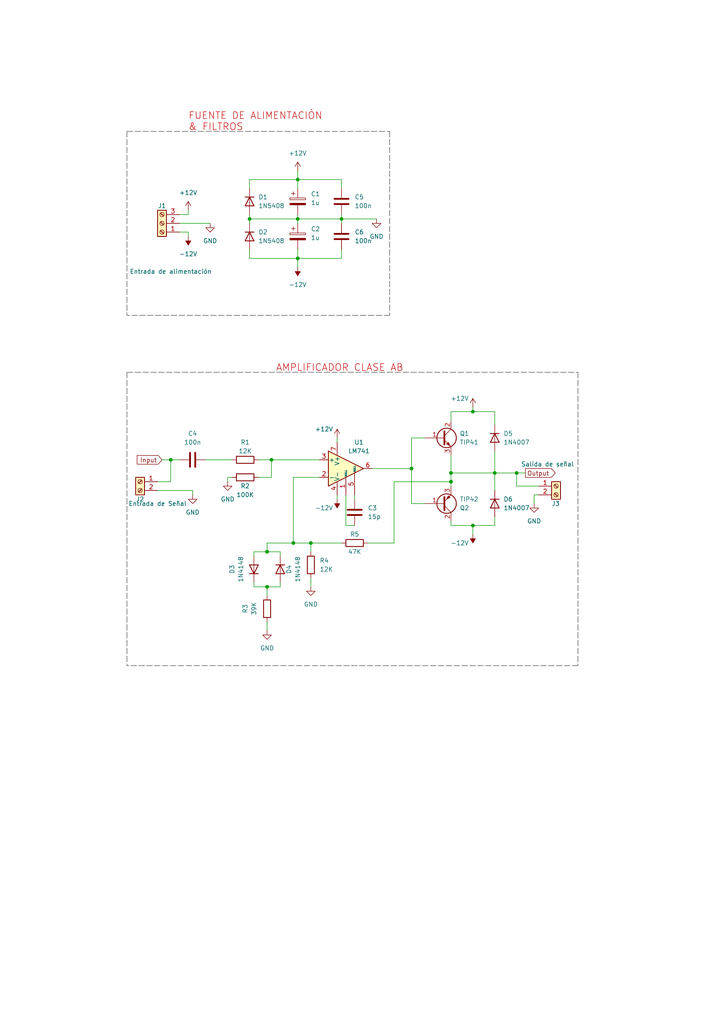
<source format=kicad_sch>
(kicad_sch (version 20230121) (generator eeschema)
  (paper "A4" portrait)
  (title_block (title "Amplificador clase AB") (date "2023-09-24") (rev "Alan V"))
  (lib_symbols
    (symbol "Amplifier_Operational:LM741" (pin_names (offset 0.127))
      (property "Reference" "U" (at 0 6.35 0))
      (property "Value" "LM741" (at 0 3.81 0))
      (symbol "LM741_0_1"
        (polyline (pts (xy -5.08 5.08) (xy 5.08 0) (xy -5.08 -5.08) (xy -5.08 5.08)) (stroke (width 0.254)) (fill (type background)))
      )
      (symbol "LM741_1_1"
        (pin input line (at 0 -7.62 90) (length 5.08) (name "NULL") (number "1"))
        (pin input line (at -7.62 -2.54 0) (length 2.54) (name "-") (number "2"))
        (pin input line (at -7.62 2.54 0) (length 2.54) (name "+") (number "3"))
        (pin power_in line (at -2.54 -7.62 90) (length 3.81) (name "V-") (number "4"))
        (pin input line (at 2.54 -7.62 90) (length 6.35) (name "NULL") (number "5"))
        (pin output line (at 7.62 0 180) (length 2.54) (name "~") (number "6"))
        (pin power_in line (at -2.54 7.62 270) (length 3.81) (name "V+") (number "7"))
        (pin no_connect line (at 0 2.54 270) (length 2.54) hide (name "NC") (number "8"))
      )
    )
    (symbol "Connector:Screw_Terminal_01x02" (pin_names (offset 1.016) hide)
      (property "Reference" "J" (at 0 2.54 0))
      (property "Value" "Screw_Terminal_01x02" (at 0 -5.08 0))
      (symbol "Screw_Terminal_01x02_1_1"
        (rectangle (start -1.27 1.27) (end 1.27 -3.81) (stroke (width 0.254)) (fill (type background)))
        (circle (center 0 -2.54) (radius 0.635) (stroke (width 0.1524)))
        (polyline (pts (xy -0.5334 -2.2098) (xy 0.3302 -3.048)) (stroke (width 0.1524)))
        (polyline (pts (xy -0.5334 0.3302) (xy 0.3302 -0.508)) (stroke (width 0.1524)))
        (polyline (pts (xy -0.3556 -2.032) (xy 0.508 -2.8702)) (stroke (width 0.1524)))
        (polyline (pts (xy -0.3556 0.508) (xy 0.508 -0.3302)) (stroke (width 0.1524)))
        (circle (center 0 0) (radius 0.635) (stroke (width 0.1524)))
        (pin passive line (at -5.08 0 0) (length 3.81) (name "Pin_1") (number "1"))
        (pin passive line (at -5.08 -2.54 0) (length 3.81) (name "Pin_2") (number "2"))
      )
    )
    (symbol "Connector:Screw_Terminal_01x03" (pin_names (offset 1.016) hide)
      (property "Reference" "J" (at 0 5.08 0))
      (property "Value" "Screw_Terminal_01x03" (at 0 -5.08 0))
      (symbol "Screw_Terminal_01x03_1_1"
        (rectangle (start -1.27 3.81) (end 1.27 -3.81) (stroke (width 0.254)) (fill (type background)))
        (circle (center 0 -2.54) (radius 0.635) (stroke (width 0.1524)))
        (polyline (pts (xy -0.5334 -2.2098) (xy 0.3302 -3.048)) (stroke (width 0.1524)))
        (polyline (pts (xy -0.5334 0.3302) (xy 0.3302 -0.508)) (stroke (width 0.1524)))
        (polyline (pts (xy -0.5334 2.8702) (xy 0.3302 2.032)) (stroke (width 0.1524)))
        (polyline (pts (xy -0.3556 -2.032) (xy 0.508 -2.8702)) (stroke (width 0.1524)))
        (polyline (pts (xy -0.3556 0.508) (xy 0.508 -0.3302)) (stroke (width 0.1524)))
        (polyline (pts (xy -0.3556 3.048) (xy 0.508 2.2098)) (stroke (width 0.1524)))
        (circle (center 0 0) (radius 0.635) (stroke (width 0.1524)))
        (circle (center 0 2.54) (radius 0.635) (stroke (width 0.1524)))
        (pin passive line (at -5.08 2.54 0) (length 3.81) (name "Pin_1") (number "1"))
        (pin passive line (at -5.08 0 0) (length 3.81) (name "Pin_2") (number "2"))
        (pin passive line (at -5.08 -2.54 0) (length 3.81) (name "Pin_3") (number "3"))
      )
    )
    (symbol "Device:C" (pin_numbers hide) (pin_names (offset 0.254))
      (property "Reference" "C" (at 0.635 2.54 0))
      (property "Value" "C" (at 0.635 -2.54 0))
      (symbol "C_0_1"
        (polyline (pts (xy -2.032 -0.762) (xy 2.032 -0.762)) (stroke (width 0.508)))
        (polyline (pts (xy -2.032 0.762) (xy 2.032 0.762)) (stroke (width 0.508)))
      )
      (symbol "C_1_1"
        (pin passive line (at 0 3.81 270) (length 2.794) (name "~") (number "1"))
        (pin passive line (at 0 -3.81 90) (length 2.794) (name "~") (number "2"))
      )
    )
    (symbol "Device:C_Polarized" (pin_numbers hide) (pin_names (offset 0.254))
      (property "Reference" "C" (at 0.635 2.54 0))
      (property "Value" "C_Polarized" (at 0.635 -2.54 0))
      (symbol "C_Polarized_0_1"
        (rectangle (start -2.286 0.508) (end 2.286 1.016))
        (polyline (pts (xy -1.778 2.286) (xy -0.762 2.286)))
        (polyline (pts (xy -1.27 2.794) (xy -1.27 1.778)))
        (rectangle (start 2.286 -0.508) (end -2.286 -1.016) (fill (type outline)))
      )
      (symbol "C_Polarized_1_1"
        (pin passive line (at 0 3.81 270) (length 2.794) (name "~") (number "1"))
        (pin passive line (at 0 -3.81 90) (length 2.794) (name "~") (number "2"))
      )
    )
    (symbol "Device:R" (pin_numbers hide) (pin_names (offset 0))
      (property "Reference" "R" (at 2.032 0 90))
      (property "Value" "R" (at 0 0 90))
      (symbol "R_0_1"
        (rectangle (start -1.016 -2.54) (end 1.016 2.54) (stroke (width 0.254)))
      )
      (symbol "R_1_1"
        (pin passive line (at 0 3.81 270) (length 1.27) (name "~") (number "1"))
        (pin passive line (at 0 -3.81 90) (length 1.27) (name "~") (number "2"))
      )
    )
    (symbol "Diode:1N4007" (pin_numbers hide) (pin_names hide)
      (property "Reference" "D" (at 0 2.54 0))
      (property "Value" "1N4007" (at 0 -2.54 0))
      (symbol "1N4007_0_1"
        (polyline (pts (xy -1.27 1.27) (xy -1.27 -1.27)) (stroke (width 0.254)))
        (polyline (pts (xy 1.27 0) (xy -1.27 0)))
        (polyline (pts (xy 1.27 1.27) (xy 1.27 -1.27) (xy -1.27 0) (xy 1.27 1.27)) (stroke (width 0.254)))
      )
      (symbol "1N4007_1_1"
        (pin passive line (at -3.81 0 0) (length 2.54) (name "K") (number "1"))
        (pin passive line (at 3.81 0 180) (length 2.54) (name "A") (number "2"))
      )
    )
    (symbol "Diode:1N4148" (pin_numbers hide) (pin_names hide)
      (property "Reference" "D" (at 0 2.54 0))
      (property "Value" "1N4148" (at 0 -2.54 0))
      (symbol "1N4148_0_1"
        (polyline (pts (xy -1.27 1.27) (xy -1.27 -1.27)) (stroke (width 0.254)))
        (polyline (pts (xy 1.27 0) (xy -1.27 0)))
        (polyline (pts (xy 1.27 1.27) (xy 1.27 -1.27) (xy -1.27 0) (xy 1.27 1.27)) (stroke (width 0.254)))
      )
      (symbol "1N4148_1_1"
        (pin passive line (at -3.81 0 0) (length 2.54) (name "K") (number "1"))
        (pin passive line (at 3.81 0 180) (length 2.54) (name "A") (number "2"))
      )
    )
    (symbol "Diode:1N5408" (pin_numbers hide) (pin_names hide)
      (property "Reference" "D" (at 0 2.54 0))
      (property "Value" "1N5408" (at 0 -2.54 0))
      (symbol "1N5408_0_1"
        (polyline (pts (xy -1.27 1.27) (xy -1.27 -1.27)) (stroke (width 0.254)))
        (polyline (pts (xy 1.27 0) (xy -1.27 0)))
        (polyline (pts (xy 1.27 1.27) (xy 1.27 -1.27) (xy -1.27 0) (xy 1.27 1.27)) (stroke (width 0.254)))
      )
      (symbol "1N5408_1_1"
        (pin passive line (at -3.81 0 0) (length 2.54) (name "K") (number "1"))
        (pin passive line (at 3.81 0 180) (length 2.54) (name "A") (number "2"))
      )
    )
    (symbol "Transistor_BJT:TIP41" (pin_names (offset 0) hide)
      (property "Reference" "Q" (at 6.35 1.905 0))
      (property "Value" "TIP41" (at 6.35 0 0))
      (symbol "TIP41_0_1"
        (polyline (pts (xy 0.635 0.635) (xy 2.54 2.54)))
        (polyline (pts (xy 0.635 -0.635) (xy 2.54 -2.54) (xy 2.54 -2.54)))
        (polyline (pts (xy 0.635 1.905) (xy 0.635 -1.905) (xy 0.635 -1.905)) (stroke (width 0.508)))
        (polyline (pts (xy 1.27 -1.778) (xy 1.778 -1.27) (xy 2.286 -2.286) (xy 1.27 -1.778) (xy 1.27 -1.778)) (fill (type outline)))
        (circle (center 1.27 0) (radius 2.8194) (stroke (width 0.254)))
      )
      (symbol "TIP41_1_1"
        (pin input line (at -5.08 0 0) (length 5.715) (name "B") (number "1"))
        (pin passive line (at 2.54 5.08 270) (length 2.54) (name "C") (number "2"))
        (pin passive line (at 2.54 -5.08 90) (length 2.54) (name "E") (number "3"))
      )
    )
    (symbol "Transistor_BJT:TIP42" (pin_names (offset 0) hide)
      (property "Reference" "Q" (at 6.35 1.905 0))
      (property "Value" "TIP42" (at 6.35 0 0))
      (symbol "TIP42_0_1"
        (polyline (pts (xy 0.635 0.635) (xy 2.54 2.54)))
        (polyline (pts (xy 0.635 -0.635) (xy 2.54 -2.54) (xy 2.54 -2.54)))
        (polyline (pts (xy 0.635 1.905) (xy 0.635 -1.905) (xy 0.635 -1.905)) (stroke (width 0.508)))
        (polyline (pts (xy 2.286 -1.778) (xy 1.778 -2.286) (xy 1.27 -1.27) (xy 2.286 -1.778) (xy 2.286 -1.778)) (fill (type outline)))
        (circle (center 1.27 0) (radius 2.8194) (stroke (width 0.254)))
      )
      (symbol "TIP42_1_1"
        (pin input line (at -5.08 0 0) (length 5.715) (name "B") (number "1"))
        (pin passive line (at 2.54 5.08 270) (length 2.54) (name "C") (number "2"))
        (pin passive line (at 2.54 -5.08 90) (length 2.54) (name "E") (number "3"))
      )
    )
    (symbol "power:+12V" (power) (pin_names (offset 0))
      (property "Value" "+12V" (at 0 3.556 0))
      (symbol "+12V_0_1"
        (polyline (pts (xy -0.762 1.27) (xy 0 2.54)))
        (polyline (pts (xy 0 0) (xy 0 2.54)))
        (polyline (pts (xy 0 2.54) (xy 0.762 1.27)))
      )
      (symbol "+12V_1_1"
        (pin power_in line (at 0 0 90) (length 0) hide (name "+12V") (number "1"))
      )
    )
    (symbol "power:-12V" (power) (pin_names (offset 0))
      (property "Value" "-12V" (at 0 3.81 0))
      (symbol "-12V_0_0"
        (pin power_in line (at 0 0 90) (length 0) hide (name "-12V") (number "1"))
      )
      (symbol "-12V_0_1"
        (polyline (pts (xy 0 0) (xy 0 1.27) (xy 0.762 1.27) (xy 0 2.54) (xy -0.762 1.27) (xy 0 1.27)) (fill (type outline)))
      )
    )
    (symbol "power:GND" (power) (pin_names (offset 0))
      (property "Value" "GND" (at 0 -3.81 0))
      (symbol "GND_0_1"
        (polyline (pts (xy 0 0) (xy 0 -1.27) (xy 1.27 -1.27) (xy 0 -2.54) (xy -1.27 -1.27) (xy 0 -1.27)))
      )
      (symbol "GND_1_1"
        (pin power_in line (at 0 0 270) (length 0) hide (name "GND") (number "1"))
      )
    )
  )
  (junction (at 149.86 137.16))
  (junction (at 137.16 152.4))
  (junction (at 99.06 63.5))
  (junction (at 86.36 63.5))
  (junction (at 78.74 133.35))
  (junction (at 130.81 137.16))
  (junction (at 77.47 160.02))
  (junction (at 77.47 170.18))
  (junction (at 130.81 139.7))
  (junction (at 119.38 135.89))
  (junction (at 86.36 52.07))
  (junction (at 86.36 74.93))
  (junction (at 49.53 133.35))
  (junction (at 137.16 119.38))
  (junction (at 90.17 157.48))
  (junction (at 143.51 137.16))
  (junction (at 72.39 63.5))
  (junction (at 85.09 157.48))
  (wire (pts (xy 72.39 74.93) (xy 86.36 74.93)))
  (wire (pts (xy 143.51 130.81) (xy 143.51 137.16)))
  (wire (pts (xy 72.39 62.23) (xy 72.39 63.5)))
  (wire (pts (xy 154.94 143.51) (xy 156.21 143.51)))
  (wire (pts (xy 74.93 138.43) (xy 78.74 138.43)))
  (wire (pts (xy 77.47 157.48) (xy 77.47 160.02)))
  (wire (pts (xy 54.61 67.31) (xy 54.61 68.58)))
  (wire (pts (xy 72.39 52.07) (xy 86.36 52.07)))
  (wire (pts (xy 77.47 157.48) (xy 85.09 157.48)))
  (wire (pts (xy 86.36 63.5) (xy 86.36 64.77)))
  (wire (pts (xy 130.81 151.13) (xy 130.81 152.4)))
  (polyline (pts (xy 113.03 38.1) (xy 113.03 91.44)) (stroke (width 0) (type dash) (color 72 72 72 1)))
  (wire (pts (xy 67.31 133.35) (xy 59.69 133.35)))
  (wire (pts (xy 100.33 143.51) (xy 100.33 152.4)))
  (wire (pts (xy 77.47 182.88) (xy 77.47 180.34)))
  (wire (pts (xy 137.16 119.38) (xy 137.16 118.11)))
  (wire (pts (xy 73.66 160.02) (xy 77.47 160.02)))
  (wire (pts (xy 130.81 121.92) (xy 130.81 119.38)))
  (wire (pts (xy 99.06 62.23) (xy 99.06 63.5)))
  (polyline (pts (xy 167.64 107.95) (xy 167.64 193.04)) (stroke (width 0) (type dash) (color 72 72 72 1)))
  (wire (pts (xy 52.07 64.77) (xy 60.96 64.77)))
  (wire (pts (xy 86.36 52.07) (xy 86.36 54.61)))
  (wire (pts (xy 102.87 143.51) (xy 102.87 144.78)))
  (wire (pts (xy 92.71 138.43) (xy 85.09 138.43)))
  (wire (pts (xy 66.04 139.7) (xy 66.04 138.43)))
  (wire (pts (xy 143.51 119.38) (xy 137.16 119.38)))
  (wire (pts (xy 90.17 157.48) (xy 99.06 157.48)))
  (wire (pts (xy 81.28 170.18) (xy 81.28 168.91)))
  (wire (pts (xy 77.47 170.18) (xy 81.28 170.18)))
  (wire (pts (xy 143.51 137.16) (xy 143.51 142.24)))
  (wire (pts (xy 99.06 74.93) (xy 86.36 74.93)))
  (polyline (pts (xy 36.83 107.95) (xy 36.83 193.04)) (stroke (width 0) (type dash) (color 72 72 72 1)))
  (wire (pts (xy 149.86 137.16) (xy 152.4 137.16)))
  (wire (pts (xy 52.07 62.23) (xy 54.61 62.23)))
  (wire (pts (xy 156.21 140.97) (xy 149.86 140.97)))
  (wire (pts (xy 81.28 161.29) (xy 81.28 160.02)))
  (wire (pts (xy 143.51 123.19) (xy 143.51 119.38)))
  (wire (pts (xy 49.53 139.7) (xy 49.53 133.35)))
  (wire (pts (xy 85.09 138.43) (xy 85.09 157.48)))
  (wire (pts (xy 99.06 64.77) (xy 99.06 63.5)))
  (wire (pts (xy 137.16 152.4) (xy 143.51 152.4)))
  (wire (pts (xy 73.66 168.91) (xy 73.66 170.18)))
  (wire (pts (xy 97.79 143.51) (xy 97.79 144.78)))
  (wire (pts (xy 78.74 133.35) (xy 78.74 138.43)))
  (wire (pts (xy 130.81 119.38) (xy 137.16 119.38)))
  (wire (pts (xy 130.81 137.16) (xy 143.51 137.16)))
  (wire (pts (xy 66.04 138.43) (xy 67.31 138.43)))
  (wire (pts (xy 100.33 152.4) (xy 102.87 152.4)))
  (wire (pts (xy 49.53 133.35) (xy 46.99 133.35)))
  (wire (pts (xy 130.81 137.16) (xy 130.81 139.7)))
  (wire (pts (xy 77.47 160.02) (xy 81.28 160.02)))
  (wire (pts (xy 85.09 157.48) (xy 90.17 157.48)))
  (wire (pts (xy 90.17 167.64) (xy 90.17 170.18)))
  (polyline (pts (xy 113.03 91.44) (xy 36.83 91.44)) (stroke (width 0) (type dash) (color 72 72 72 1)))
  (wire (pts (xy 72.39 63.5) (xy 72.39 64.77)))
  (wire (pts (xy 78.74 133.35) (xy 92.71 133.35)))
  (wire (pts (xy 86.36 49.53) (xy 86.36 52.07)))
  (wire (pts (xy 114.3 139.7) (xy 130.81 139.7)))
  (wire (pts (xy 106.68 157.48) (xy 114.3 157.48)))
  (wire (pts (xy 119.38 146.05) (xy 123.19 146.05)))
  (wire (pts (xy 107.95 135.89) (xy 119.38 135.89)))
  (wire (pts (xy 52.07 67.31) (xy 54.61 67.31)))
  (wire (pts (xy 52.07 133.35) (xy 49.53 133.35)))
  (wire (pts (xy 99.06 63.5) (xy 86.36 63.5)))
  (wire (pts (xy 154.94 146.05) (xy 154.94 143.51)))
  (wire (pts (xy 86.36 62.23) (xy 86.36 63.5)))
  (wire (pts (xy 72.39 63.5) (xy 86.36 63.5)))
  (wire (pts (xy 73.66 161.29) (xy 73.66 160.02)))
  (wire (pts (xy 99.06 72.39) (xy 99.06 74.93)))
  (wire (pts (xy 130.81 132.08) (xy 130.81 137.16)))
  (wire (pts (xy 137.16 152.4) (xy 137.16 154.94)))
  (wire (pts (xy 119.38 135.89) (xy 119.38 146.05)))
  (wire (pts (xy 86.36 72.39) (xy 86.36 74.93)))
  (polyline (pts (xy 36.83 38.1) (xy 113.03 38.1)) (stroke (width 0) (type dash) (color 72 72 72 1)))
  (wire (pts (xy 55.88 142.24) (xy 55.88 143.51)))
  (wire (pts (xy 99.06 63.5) (xy 109.22 63.5)))
  (wire (pts (xy 77.47 170.18) (xy 77.47 172.72)))
  (wire (pts (xy 149.86 140.97) (xy 149.86 137.16)))
  (wire (pts (xy 130.81 152.4) (xy 137.16 152.4)))
  (wire (pts (xy 130.81 139.7) (xy 130.81 140.97)))
  (wire (pts (xy 143.51 137.16) (xy 149.86 137.16)))
  (wire (pts (xy 99.06 54.61) (xy 99.06 52.07)))
  (wire (pts (xy 72.39 54.61) (xy 72.39 52.07)))
  (wire (pts (xy 119.38 127) (xy 119.38 135.89)))
  (polyline (pts (xy 36.83 38.1) (xy 36.83 91.44)) (stroke (width 0) (type dash) (color 72 72 72 1)))
  (wire (pts (xy 45.72 139.7) (xy 49.53 139.7)))
  (wire (pts (xy 73.66 170.18) (xy 77.47 170.18)))
  (wire (pts (xy 90.17 157.48) (xy 90.17 160.02)))
  (wire (pts (xy 72.39 72.39) (xy 72.39 74.93)))
  (wire (pts (xy 99.06 52.07) (xy 86.36 52.07)))
  (polyline (pts (xy 167.64 193.04) (xy 36.83 193.04)) (stroke (width 0) (type dash) (color 72 72 72 1)))
  (wire (pts (xy 114.3 157.48) (xy 114.3 139.7)))
  (wire (pts (xy 143.51 149.86) (xy 143.51 152.4)))
  (wire (pts (xy 74.93 133.35) (xy 78.74 133.35)))
  (wire (pts (xy 54.61 62.23) (xy 54.61 60.96)))
  (wire (pts (xy 97.79 127) (xy 97.79 128.27)))
  (wire (pts (xy 123.19 127) (xy 119.38 127)))
  (polyline (pts (xy 36.83 107.95) (xy 167.64 107.95)) (stroke (width 0) (type dash) (color 72 72 72 1)))
  (wire (pts (xy 86.36 74.93) (xy 86.36 77.47)))
  (wire (pts (xy 45.72 142.24) (xy 55.88 142.24)))
  (text "AMPLIFICADOR CLASE AB" (at 80.01 107.95 0) (effects (font (size 2 2)) (justify left bottom)))
  (text "FUENTE DE ALIMENTACIÓN\n& FILTROS" (at 54.61 38.1 0) (effects (font (size 2 2)) (justify left bottom)))
  (global_label "Input" (shape input) (at 46.99 133.35 180) (property "Intersheetrefs" "${INTERSHEET_REFS}" (effects hide)))
  (global_label "Output" (shape output) (at 152.4 137.16 0) (property "Intersheetrefs" "${INTERSHEET_REFS}" (effects hide)))
  (symbol (lib_id "Device:R") (at 102.87 157.48 90) (unit 1)
    (property "Reference" "R5" (at 102.87 154.94 90))
    (property "Value" "47K" (at 102.87 160.02 90))
    (property "Footprint" "Resistor_THT:R_Axial_DIN0207_L6.3mm_D2.5mm_P10.16mm_Horizontal" (effects hide))
  )
  (symbol (lib_id "Diode:1N5408") (at 72.39 68.58 270) (unit 1)
    (property "Reference" "D2" (at 74.93 67.31 90) (effects (justify left)))
    (property "Value" "1N5408" (at 74.93 69.85 90) (effects (justify left)))
    (property "Footprint" "Diode_THT:D_DO-201AD_P15.24mm_Horizontal" (effects hide))
    (property "Datasheet" "http://www.vishay.com/docs/88516/1n5400.pdf" (effects hide))
    (property "Sim.Device" "D" (effects hide))
    (property "Sim.Pins" "1=K 2=A" (effects hide))
  )
  (symbol (lib_id "Device:C_Polarized") (at 86.36 68.58 0) (unit 1)
    (property "Reference" "C2" (at 90.17 66.421 0) (effects (justify left)))
    (property "Value" "1u" (at 90.17 68.961 0) (effects (justify left)))
    (property "Footprint" "Capacitor_THT:CP_Radial_D8.0mm_P5.00mm" (effects hide))
  )
  (symbol (lib_id "power:+12V") (at 137.16 118.11 0) (unit 1)
    (property "Reference" "#PWR09" (effects hide))
    (property "Value" "+12V" (at 133.35 115.57 0))
  )
  (symbol (lib_id "Device:C") (at 99.06 68.58 180) (unit 1)
    (property "Reference" "C6" (at 102.87 67.31 0) (effects (justify right)))
    (property "Value" "100n" (at 102.87 69.85 0) (effects (justify right)))
    (property "Footprint" "Capacitor_THT:C_Disc_D4.7mm_W2.5mm_P5.00mm" (effects hide))
  )
  (symbol (lib_id "Device:R") (at 90.17 163.83 180) (unit 1)
    (property "Reference" "R4" (at 92.71 162.56 0) (effects (justify right)))
    (property "Value" "12K" (at 92.71 165.1 0) (effects (justify right)))
    (property "Footprint" "Resistor_THT:R_Axial_DIN0207_L6.3mm_D2.5mm_P10.16mm_Horizontal" (effects hide))
  )
  (symbol (lib_id "power:GND") (at 55.88 143.51 0) (unit 1)
    (property "Reference" "#PWR015" (effects hide))
    (property "Value" "GND" (at 55.88 148.59 0))
  )
  (symbol (lib_id "power:+12V") (at 97.79 127 0) (unit 1)
    (property "Reference" "#PWR03" (effects hide))
    (property "Value" "+12V" (at 93.98 124.46 0))
  )
  (symbol (lib_id "Connector:Screw_Terminal_01x03") (at 46.99 64.77 180) (unit 1)
    (property "Reference" "J1" (at 46.99 59.69 0))
    (property "Value" "Entrada de alimentación" (at 49.53 78.74 0))
    (property "Footprint" "TerminalBlock:TerminalBlock_bornier-3_P5.08mm" (effects hide))
  )
  (symbol (lib_id "Transistor_BJT:TIP42") (at 128.27 146.05 0) (mirror x) (unit 1)
    (property "Reference" "Q2" (at 133.35 147.32 0) (effects (justify left)))
    (property "Value" "TIP42" (at 133.35 144.78 0) (effects (justify left)))
    (property "Footprint" "Package_TO_SOT_THT:TO-220-3_Vertical" (effects hide))
    (property "Datasheet" "https://www.centralsemi.com/get_document.php?cmp=1&mergetype=pd&mergepath=pd&pdf_id=TIP42.PDF" (effects hide))
  )
  (symbol (lib_id "Amplifier_Operational:LM741") (at 100.33 135.89 0) (unit 1)
    (property "Reference" "U1" (at 104.14 128.27 0))
    (property "Value" "LM741" (at 104.14 130.81 0))
    (property "Footprint" "Package_DIP:DIP-8_W7.62mm_Socket" (effects hide))
    (property "Datasheet" "http://www.ti.com/lit/ds/symlink/lm741.pdf" (effects hide))
  )
  (symbol (lib_id "power:GND") (at 66.04 139.7 0) (unit 1)
    (property "Reference" "#PWR06" (effects hide))
    (property "Value" "GND" (at 66.04 144.78 0))
  )
  (symbol (lib_id "power:-12V") (at 97.79 144.78 180) (unit 1)
    (property "Reference" "#PWR04" (effects hide))
    (property "Value" "-12V" (at 93.98 147.32 0))
  )
  (symbol (lib_id "power:-12V") (at 86.36 77.47 180) (unit 1)
    (property "Reference" "#PWR05" (effects hide))
    (property "Value" "-12V" (at 86.36 82.55 0))
  )
  (symbol (lib_id "Device:R") (at 77.47 176.53 180) (unit 1)
    (property "Reference" "R3" (at 71.12 176.53 90))
    (property "Value" "39K" (at 73.66 176.53 90))
    (property "Footprint" "Resistor_THT:R_Axial_DIN0207_L6.3mm_D2.5mm_P10.16mm_Horizontal" (effects hide))
  )
  (symbol (lib_id "Device:C") (at 102.87 148.59 180) (unit 1)
    (property "Reference" "C3" (at 106.68 147.32 0) (effects (justify right)))
    (property "Value" "15p" (at 106.68 149.86 0) (effects (justify right)))
    (property "Footprint" "Capacitor_THT:C_Disc_D4.7mm_W2.5mm_P5.00mm" (effects hide))
  )
  (symbol (lib_id "Device:C_Polarized") (at 86.36 58.42 0) (unit 1)
    (property "Reference" "C1" (at 90.17 56.261 0) (effects (justify left)))
    (property "Value" "1u" (at 90.17 58.801 0) (effects (justify left)))
    (property "Footprint" "Capacitor_THT:CP_Radial_D8.0mm_P5.00mm" (effects hide))
  )
  (symbol (lib_id "Diode:1N4148") (at 81.28 165.1 270) (unit 1)
    (property "Reference" "D4" (at 83.82 165.1 0))
    (property "Value" "1N4148" (at 86.36 165.1 0))
    (property "Footprint" "Diode_THT:D_DO-35_SOD27_P7.62mm_Horizontal" (effects hide))
    (property "Datasheet" "https://assets.nexperia.com/documents/data-sheet/1N4148_1N4448.pdf" (effects hide))
    (property "Sim.Device" "D" (effects hide))
    (property "Sim.Pins" "1=K 2=A" (effects hide))
  )
  (symbol (lib_id "power:GND") (at 154.94 146.05 0) (unit 1)
    (property "Reference" "#PWR014" (effects hide))
    (property "Value" "GND" (at 154.94 151.13 0))
  )
  (symbol (lib_id "Connector:Screw_Terminal_01x02") (at 40.64 139.7 0) (mirror y) (unit 1)
    (property "Reference" "J2" (at 40.64 144.78 0))
    (property "Value" "Entrada de Señal" (at 45.72 146.05 0))
    (property "Footprint" "TerminalBlock:TerminalBlock_bornier-2_P5.08mm" (effects hide))
  )
  (symbol (lib_id "Diode:1N4007") (at 143.51 127 270) (unit 1)
    (property "Reference" "D5" (at 146.05 125.73 90) (effects (justify left)))
    (property "Value" "1N4007" (at 146.05 128.27 90) (effects (justify left)))
    (property "Footprint" "Diode_THT:D_DO-41_SOD81_P10.16mm_Horizontal" (effects hide))
    (property "Datasheet" "http://www.vishay.com/docs/88503/1n4001.pdf" (effects hide))
    (property "Sim.Device" "D" (effects hide))
    (property "Sim.Pins" "1=K 2=A" (effects hide))
  )
  (symbol (lib_id "Diode:1N5408") (at 72.39 58.42 270) (unit 1)
    (property "Reference" "D1" (at 74.93 57.15 90) (effects (justify left)))
    (property "Value" "1N5408" (at 74.93 59.69 90) (effects (justify left)))
    (property "Footprint" "Diode_THT:D_DO-201AD_P15.24mm_Horizontal" (effects hide))
    (property "Datasheet" "http://www.vishay.com/docs/88516/1n5400.pdf" (effects hide))
    (property "Sim.Device" "D" (effects hide))
    (property "Sim.Pins" "1=K 2=A" (effects hide))
  )
  (symbol (lib_id "power:+12V") (at 54.61 60.96 0) (unit 1)
    (property "Reference" "#PWR012" (effects hide))
    (property "Value" "+12V" (at 54.61 55.88 0))
  )
  (symbol (lib_id "Device:C") (at 99.06 58.42 180) (unit 1)
    (property "Reference" "C5" (at 102.87 57.15 0) (effects (justify right)))
    (property "Value" "100n" (at 102.87 59.69 0) (effects (justify right)))
    (property "Footprint" "Capacitor_THT:C_Disc_D4.7mm_W2.5mm_P5.00mm" (effects hide))
  )
  (symbol (lib_id "power:GND") (at 109.22 63.5 0) (unit 1)
    (property "Reference" "#PWR02" (effects hide))
    (property "Value" "GND" (at 109.22 68.58 0))
  )
  (symbol (lib_id "power:GND") (at 90.17 170.18 0) (unit 1)
    (property "Reference" "#PWR07" (effects hide))
    (property "Value" "GND" (at 90.17 175.26 0))
  )
  (symbol (lib_id "Device:R") (at 71.12 133.35 270) (unit 1)
    (property "Reference" "R1" (at 71.12 128.27 90))
    (property "Value" "12K" (at 71.12 130.81 90))
    (property "Footprint" "Resistor_THT:R_Axial_DIN0207_L6.3mm_D2.5mm_P10.16mm_Horizontal" (effects hide))
  )
  (symbol (lib_id "power:+12V") (at 86.36 49.53 0) (unit 1)
    (property "Reference" "#PWR01" (effects hide))
    (property "Value" "+12V" (at 86.36 44.45 0))
  )
  (symbol (lib_id "power:-12V") (at 137.16 154.94 180) (unit 1)
    (property "Reference" "#PWR010" (effects hide))
    (property "Value" "-12V" (at 133.35 157.48 0))
  )
  (symbol (lib_id "Device:R") (at 71.12 138.43 90) (unit 1)
    (property "Reference" "R2" (at 71.12 140.97 90))
    (property "Value" "100K" (at 71.12 143.51 90))
    (property "Footprint" "Resistor_THT:R_Axial_DIN0207_L6.3mm_D2.5mm_P10.16mm_Horizontal" (effects hide))
  )
  (symbol (lib_id "power:GND") (at 77.47 182.88 0) (unit 1)
    (property "Reference" "#PWR08" (effects hide))
    (property "Value" "GND" (at 77.47 187.96 0))
  )
  (symbol (lib_id "power:GND") (at 60.96 64.77 0) (unit 1)
    (property "Reference" "#PWR011" (effects hide))
    (property "Value" "GND" (at 60.96 69.85 0))
  )
  (symbol (lib_id "Connector:Screw_Terminal_01x02") (at 161.29 140.97 0) (unit 1)
    (property "Reference" "J3" (at 160.02 146.05 0) (effects (justify left)))
    (property "Value" "Salida de señal" (at 151.13 134.62 0) (effects (justify left)))
    (property "Footprint" "TerminalBlock:TerminalBlock_bornier-2_P5.08mm" (effects hide))
  )
  (symbol (lib_id "Device:C") (at 55.88 133.35 90) (unit 1)
    (property "Reference" "C4" (at 55.88 125.73 90))
    (property "Value" "100n" (at 55.88 128.27 90))
    (property "Footprint" "Capacitor_THT:C_Disc_D4.7mm_W2.5mm_P5.00mm" (effects hide))
  )
  (symbol (lib_id "Diode:1N4148") (at 73.66 165.1 90) (unit 1)
    (property "Reference" "D3" (at 67.31 165.1 0))
    (property "Value" "1N4148" (at 69.85 165.1 0))
    (property "Footprint" "Diode_THT:D_DO-35_SOD27_P7.62mm_Horizontal" (effects hide))
    (property "Datasheet" "https://assets.nexperia.com/documents/data-sheet/1N4148_1N4448.pdf" (effects hide))
    (property "Sim.Device" "D" (effects hide))
    (property "Sim.Pins" "1=K 2=A" (effects hide))
  )
  (symbol (lib_id "Transistor_BJT:TIP41") (at 128.27 127 0) (unit 1)
    (property "Reference" "Q1" (at 133.35 125.73 0) (effects (justify left)))
    (property "Value" "TIP41" (at 133.35 128.27 0) (effects (justify left)))
    (property "Footprint" "Package_TO_SOT_THT:TO-220-3_Vertical" (effects hide))
    (property "Datasheet" "https://www.centralsemi.com/get_document.php?cmp=1&mergetype=pd&mergepath=pd&pdf_id=tip41.PDF" (effects hide))
  )
  (symbol (lib_id "Diode:1N4007") (at 143.51 146.05 270) (unit 1)
    (property "Reference" "D6" (at 146.05 144.78 90) (effects (justify left)))
    (property "Value" "1N4007" (at 146.05 147.32 90) (effects (justify left)))
    (property "Footprint" "Diode_THT:D_DO-41_SOD81_P10.16mm_Horizontal" (effects hide))
    (property "Datasheet" "http://www.vishay.com/docs/88503/1n4001.pdf" (effects hide))
    (property "Sim.Device" "D" (effects hide))
    (property "Sim.Pins" "1=K 2=A" (effects hide))
  )
  (symbol (lib_id "power:-12V") (at 54.61 68.58 180) (unit 1)
    (property "Reference" "#PWR013" (effects hide))
    (property "Value" "-12V" (at 54.61 73.66 0))
  )
)
</source>
